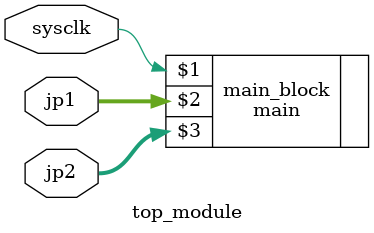
<source format=v>
/* Copyright (C) Ilia Platone - All Rights Reserved
 * Unauthorized copying of this file, via any medium is strictly prohibited
 * Proprietary and confidential
 * Written by Ilia Platone <info@iliaplatone.com>, January, 2017
 */

`timescale 1 ns / 1 ps

module top_module (
	sysclk,
	jp1,
	jp2 
	);

parameter PLL_FREQUENCY = 400000000;
parameter CLK_FREQUENCY = 10000000;
input wire sysclk;
inout wire[19:0] jp1;
inout wire[19:0] jp2;

main #() main_block(
	sysclk,
	jp1,
	jp2
);

endmodule

</source>
